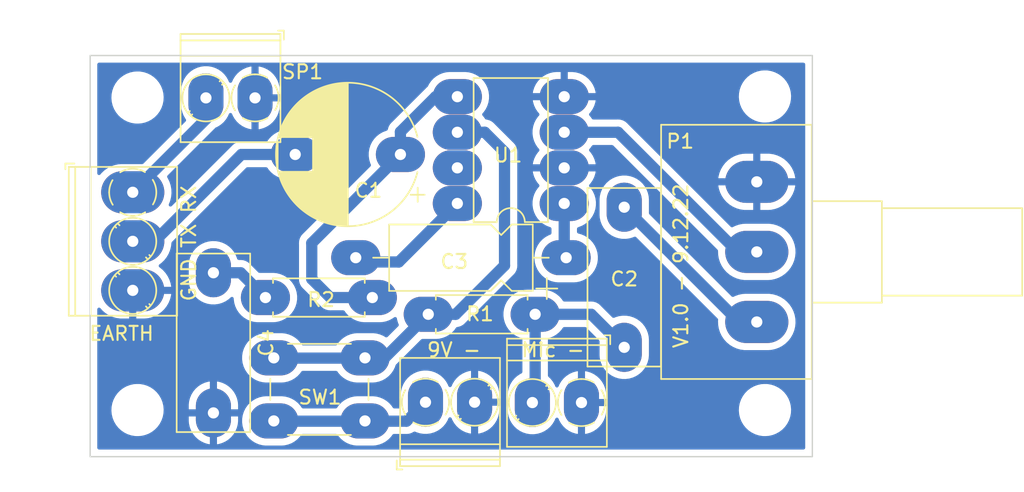
<source format=kicad_pcb>
(kicad_pcb (version 20211014) (generator pcbnew)
  (layers (0 "F.Cu" signal) (31 "B.Cu" signal) (34 "B.Paste" user) (35 "F.Paste" user) (36 "B.SilkS" user "B.Silkscreen") (37 "F.SilkS" user "F.Silkscreen") (38 "B.Mask" user) (39 "F.Mask" user) (44 "Edge.Cuts" user))
  (net 0 "")
  (net 1 "Net-(BT1-Pad1)")
  (net 2 "Earth")
  (net 3 "Net-(C1-Pad2)")
  (net 4 "Net-(C1-Pad1)")
  (net 5 "Net-(C3-Pad1)")
  (net 6 "Net-(C3-Pad2)")
  (net 7 "Net-(P1-Pad2)")
  (net 8 "Net-(J1-Pad1)")
  (net 10 "Net-(C2-Pad1)")
  (net 11 "Net-(C2-Pad2)")
  (net 12 "Net-(C4-Pad1)")
  (net 13 "Net-(R1-Pad1)")
  (footprint "Potentiometer_THT:Potentiometer_Alps_RK163_Single_Horizontal" (layer "F.Cu") (at 126.9238 95.466938 180)
    (fp_text reference "P1" (at 5.461 12.891538) (layer "F.SilkS"))
    (fp_text value "22k")
    (fp_line (start -3.92 8.62) (end -8.92 8.62) (layer "F.SilkS") (width 0.12))
    (fp_line (start 6.82 14.07) (end 6.82 -4.07) (layer "F.SilkS") (width 0.12))
    (fp_line (start -18.92 8.12) (end -18.92 1.88) (layer "F.SilkS") (width 0.12))
    (fp_line (start 6.82 -4.07) (end -3.92 -4.07) (layer "F.SilkS") (width 0.12))
    (fp_line (start -8.92 8.62) (end -8.92 1.38) (layer "F.SilkS") (width 0.12))
    (fp_line (start -3.92 14.07) (end -3.92 -4.07) (layer "F.SilkS") (width 0.12))
    (fp_line (start 6.82 14.07) (end -3.92 14.07) (layer "F.SilkS") (width 0.12))
    (fp_line (start -8.92 1.88) (end -18.92 1.88) (layer "F.SilkS") (width 0.12))
    (fp_line (start -3.92 1.38) (end -8.92 1.38) (layer "F.SilkS") (width 0.12))
    (fp_line (start -8.92 8.12) (end -18.92 8.12) (layer "F.SilkS") (width 0.12))
    (pad "1" thru_hole oval (at 0 0 180) (size 4.5 3) (drill 0.8) (layers *.Cu *.Mask) (net 10 "Net-(C2-Pad1)"))
    (pad "2" thru_hole oval (at 0 5 180) (size 4.5 3) (drill 0.8) (layers *.Cu *.Mask) (net 7 "Net-(P1-Pad2)"))
    (pad "3" thru_hole oval (at 0 10 180) (size 4.5 3) (drill 0.8) (layers *.Cu *.Mask) (net 2 "Earth"))
  )
  (footprint "Package_DIP:DIP-8_W7.62mm" (layer "F.Cu") (at 113.1978 87.0104 180)
    (fp_text reference "U1" (at 4.0032 3.4444) (layer "F.SilkS"))
    (fp_text value "LM386")
    (fp_line (start 1.16 -1.33) (end 1.16 8.95) (layer "F.SilkS") (width 0.12))
    (fp_line (start 2.81 -1.33) (end 1.16 -1.33) (layer "F.SilkS") (width 0.12))
    (fp_line (start 6.46 8.95) (end 6.46 -1.33) (layer "F.SilkS") (width 0.12))
    (fp_line (start 1.16 8.95) (end 6.46 8.95) (layer "F.SilkS") (width 0.12))
    (fp_line (start 6.46 -1.33) (end 4.81 -1.33) (layer "F.SilkS") (width 0.12))
    (fp_arc (start 4.81 -1.33) (mid 3.81 -0.33) (end 2.81 -1.33) (layer "F.SilkS") (width 0.12))
    (pad "1" thru_hole oval (at 0 0 180) (size 3.5 2.5) (drill 0.8) (layers *.Cu *.Mask) (net 5 "Net-(C3-Pad1)"))
    (pad "2" thru_hole oval (at 0 2.54 180) (size 3.5 2.5) (drill 0.8) (layers *.Cu *.Mask) (net 2 "Earth"))
    (pad "3" thru_hole oval (at 0 5.08 180) (size 3.5 2.5) (drill 0.8) (layers *.Cu *.Mask) (net 7 "Net-(P1-Pad2)"))
    (pad "4" thru_hole oval (at 0 7.62 180) (size 3.5 2.5) (drill 0.8) (layers *.Cu *.Mask) (net 2 "Earth"))
    (pad "5" thru_hole oval (at 7.62 7.62 180) (size 3.5 2.5) (drill 0.8) (layers *.Cu *.Mask) (net 4 "Net-(C1-Pad1)"))
    (pad "6" thru_hole oval (at 7.62 5.08 180) (size 3.5 2.5) (drill 0.8) (layers *.Cu *.Mask) (net 13 "Net-(R1-Pad1)"))
    (pad "7" thru_hole oval (at 7.62 2.54 180) (size 3.5 2.5) (drill 0.8) (layers *.Cu *.Mask))
    (pad "8" thru_hole oval (at 7.62 0 180) (size 3.5 2.5) (drill 0.8) (layers *.Cu *.Mask) (net 6 "Net-(C3-Pad2)"))
  )
  (footprint "MountingHole:MountingHole_2.7mm_M2.5" (layer "F.Cu") (at 127.508 79.375)
    (fp_text reference "H1" hide)
    (fp_text value "MountingHole")
    (pad "" np_thru_hole circle (at 0 0) (size 2.7 2.7) (drill 2.7) (layers *.Cu *.Mask))
  )
  (footprint "Button_Switch_THT:SW_PUSH_6mm_H4.3mm" (layer "F.Cu") (at 98.994084 102.528978 180)
    (fp_text reference "SW1" (at 3.210684 1.690978) (layer "F.SilkS"))
    (fp_text value "SW_Push")
    (fp_line (start -0.25 1.5) (end -0.25 3) (layer "F.SilkS") (width 0.12))
    (fp_line (start 5.5 -1) (end 1 -1) (layer "F.SilkS") (width 0.12))
    (fp_line (start 6.75 3) (end 6.75 1.5) (layer "F.SilkS") (width 0.12))
    (fp_line (start 1 5.5) (end 5.5 5.5) (layer "F.SilkS") (width 0.12))
    (pad "1" thru_hole oval (at 0 0 180) (size 3.5 2.5) (drill 0.8) (layers *.Cu *.Mask) (net 1 "Net-(BT1-Pad1)"))
    (pad "1" thru_hole oval (at 6.5 0 180) (size 3.5 2.5) (drill 0.8) (layers *.Cu *.Mask) (net 1 "Net-(BT1-Pad1)"))
    (pad "2" thru_hole oval (at 0 4.5 180) (size 3.5 2.5) (drill 0.8) (layers *.Cu *.Mask) (net 13 "Net-(R1-Pad1)"))
    (pad "2" thru_hole oval (at 6.5 4.5 180) (size 3.5 2.5) (drill 0.8) (layers *.Cu *.Mask) (net 13 "Net-(R1-Pad1)"))
  )
  (footprint "Capacitor_THT:C_Disc_D12.5mm_W5.0mm_P10.00mm" (layer "F.Cu") (at 117.475 87.2782 -90)
    (fp_text reference "C2" (at 5.127 0 180) (layer "F.SilkS"))
    (fp_text value "100n")
    (fp_line (start -1.37 -2.62) (end 11.37 -2.62) (layer "F.SilkS") (width 0.12))
    (fp_line (start 11.37 -2.62) (end 11.37 2.62) (layer "F.SilkS") (width 0.12))
    (fp_line (start -1.37 -2.62) (end -1.37 2.62) (layer "F.SilkS") (width 0.12))
    (fp_line (start -1.37 2.62) (end 11.37 2.62) (layer "F.SilkS") (width 0.12))
    (pad "1" thru_hole oval (at 0 0 270) (size 3.5 2.5) (drill 0.8) (layers *.Cu *.Mask) (net 10 "Net-(C2-Pad1)"))
    (pad "2" thru_hole oval (at 10 0 270) (size 3.5 2.5) (drill 0.8) (layers *.Cu *.Mask) (net 11 "Net-(C2-Pad2)"))
  )
  (footprint "Capacitor_THT:CP_Axial_L10.0mm_D4.5mm_P15.00mm_Horizontal" (layer "F.Cu") (at 113.3348 90.8812 180)
    (fp_text reference "C3" (at 7.9756 -0.2794) (layer "F.SilkS"))
    (fp_text value "10u")
    (fp_line (start 3.88 2.37) (end 4.63 1.62) (layer "F.SilkS") (width 0.12))
    (fp_line (start 5.38 2.37) (end 12.62 2.37) (layer "F.SilkS") (width 0.12))
    (fp_line (start 2.38 -2.37) (end 2.38 2.37) (layer "F.SilkS") (width 0.12))
    (fp_line (start 13.76 0) (end 12.62 0) (layer "F.SilkS") (width 0.12))
    (fp_line (start 4.63 -1.62) (end 5.38 -2.37) (layer "F.SilkS") (width 0.12))
    (fp_line (start 2.38 -2.37) (end 3.88 -2.37) (layer "F.SilkS") (width 0.12))
    (fp_line (start 2.38 2.37) (end 3.88 2.37) (layer "F.SilkS") (width 0.12))
    (fp_line (start 12.62 -2.37) (end 12.62 2.37) (layer "F.SilkS") (width 0.12))
    (fp_line (start 5.38 -2.37) (end 12.62 -2.37) (layer "F.SilkS") (width 0.12))
    (fp_line (start 1.38 -2.95) (end 1.38 -1.45) (layer "F.SilkS") (width 0.12))
    (fp_line (start 0.63 -2.2) (end 2.13 -2.2) (layer "F.SilkS") (width 0.12))
    (fp_line (start 1.24 0) (end 2.38 0) (layer "F.SilkS") (width 0.12))
    (fp_line (start 3.88 -2.37) (end 4.63 -1.62) (layer "F.SilkS") (width 0.12))
    (fp_line (start 4.63 1.62) (end 5.38 2.37) (layer "F.SilkS") (width 0.12))
    (pad "1" thru_hole oval (at 0 0 180) (size 3.5 2.5) (drill 0.8) (layers *.Cu *.Mask) (net 5 "Net-(C3-Pad1)"))
    (pad "2" thru_hole oval (at 15 0 180) (size 3.5 2.5) (drill 0.8) (layers *.Cu *.Mask) (net 6 "Net-(C3-Pad2)"))
  )
  (footprint "MountingHole:MountingHole_2.7mm_M2.5" (layer "F.Cu") (at 82.7786 101.7524)
    (fp_text reference "H2" hide)
    (fp_text value "MountingHole")
    (pad "" np_thru_hole circle (at 0 0) (size 2.7 2.7) (drill 2.7) (layers *.Cu *.Mask))
  )
  (footprint "TerminalBlock_Phoenix:TerminalBlock_Phoenix_PT-1,5-2-3.5-H_1x02_P3.50mm_Horizontal" (layer "F.Cu") (at 114.427 101.219 180)
    (fp_text reference "Mic -" (at 2.032 3.7592) (layer "F.SilkS"))
    (fp_text value "Microphone")
    (fp_line (start -2.05 4.16) (end -2.05 4.8) (layer "F.SilkS") (width 0.12))
    (fp_line (start -1.81 -3.16) (end -1.81 4.56) (layer "F.SilkS") (width 0.12))
    (fp_line (start 2.525 1.181) (end 2.431 1.274) (layer "F.SilkS") (width 0.12))
    (fp_line (start 4.57 -1.275) (end 4.476 -1.181) (layer "F.SilkS") (width 0.12))
    (fp_line (start 2.355 0.941) (end 2.226 1.069) (layer "F.SilkS") (width 0.12))
    (fp_line (start 4.775 -1.069) (end 4.646 -0.941) (layer "F.SilkS") (width 0.12))
    (fp_line (start 5.31 -3.16) (end 5.31 4.56) (layer "F.SilkS") (width 0.12))
    (fp_line (start -1.81 4.56) (end 5.31 4.56) (layer "F.SilkS") (width 0.12))
    (fp_line (start -2.05 4.8) (end -1.65 4.8) (layer "F.SilkS") (width 0.12))
    (fp_line (start -1.81 -3.16) (end 5.31 -3.16) (layer "F.SilkS") (width 0.12))
    (fp_line (start -1.81 3) (end 5.31 3) (layer "F.SilkS") (width 0.12))
    (fp_line (start -1.81 4.1) (end 5.31 4.1) (layer "F.SilkS") (width 0.12))
    (fp_arc (start 1.425504 -0.890193) (mid 1.680626 0.000476) (end 1.425 0.891) (layer "F.SilkS") (width 0.12))
    (fp_arc (start -1.425358 0.889894) (mid -1.680286 0.014012) (end -1.44 -0.866) (layer "F.SilkS") (width 0.12))
    (fp_arc (start 0.890264 1.424721) (mid 0.463071 1.61492) (end 0 1.68) (layer "F.SilkS") (width 0.12))
    (fp_arc (start 0.028674 1.680099) (mid -0.435535 1.622918) (end -0.866 1.44) (layer "F.SilkS") (width 0.12))
    (fp_arc (start -0.889894 -1.425358) (mid -0.014012 -1.680286) (end 0.866 -1.44) (layer "F.SilkS") (width 0.12))
    (fp_circle (center 3.5 0) (end 5.18 0) (layer "F.SilkS") (width 0.12) (fill none))
    (pad "1" thru_hole oval (at 0 0 270) (size 3.5 2.5) (drill 0.8) (layers *.Cu *.Mask) (net 2 "Earth"))
    (pad "2" thru_hole oval (at 3.5 0 270) (size 3.5 2.5) (drill 0.8) (layers *.Cu *.Mask) (net 11 "Net-(C2-Pad2)"))
  )
  (footprint "Resistor_THT:R_Axial_DIN0207_L6.3mm_D2.5mm_P7.62mm_Horizontal" (layer "F.Cu") (at 103.505 94.9198)
    (fp_text reference "R1" (at 3.683 -0.0254) (layer "F.SilkS"))
    (fp_text value "10k")
    (fp_line (start 0.54 1.37) (end 7.08 1.37) (layer "F.SilkS") (width 0.12))
    (fp_line (start 0.54 1.04) (end 0.54 1.37) (layer "F.SilkS") (width 0.12))
    (fp_line (start 0.54 -1.37) (end 7.08 -1.37) (layer "F.SilkS") (width 0.12))
    (fp_line (start 7.08 1.37) (end 7.08 1.04) (layer "F.SilkS") (width 0.12))
    (fp_line (start 0.54 -1.04) (end 0.54 -1.37) (layer "F.SilkS") (width 0.12))
    (fp_line (start 7.08 -1.37) (end 7.08 -1.04) (layer "F.SilkS") (width 0.12))
    (pad "1" thru_hole oval (at 0 0) (size 3.5 2.5) (drill 0.8) (layers *.Cu *.Mask) (net 13 "Net-(R1-Pad1)"))
    (pad "2" thru_hole oval (at 7.62 0) (size 3.5 2.5) (drill 0.8) (layers *.Cu *.Mask) (net 11 "Net-(C2-Pad2)"))
  )
  (footprint "TerminalBlock_Phoenix:TerminalBlock_Phoenix_PT-1,5-3-3.5-H_1x03_P3.50mm_Horizontal" (layer "F.Cu") (at 82.4372 86.2128 -90)
    (fp_text reference "GND TX RX" (at 3.6524 -3.999 90) (layer "F.SilkS"))
    (fp_text value "To other")
    (fp_line (start -1.81 -3.16) (end 8.81 -3.16) (layer "F.SilkS") (width 0.12))
    (fp_line (start 8.81 -3.16) (end 8.81 4.56) (layer "F.SilkS") (width 0.12))
    (fp_line (start 5.855 0.941) (end 5.726 1.069) (layer "F.SilkS") (width 0.12))
    (fp_line (start 4.57 -1.275) (end 4.476 -1.181) (layer "F.SilkS") (width 0.12))
    (fp_line (start -2.05 4.8) (end -1.65 4.8) (layer "F.SilkS") (width 0.12))
    (fp_line (start -1.81 4.1) (end 8.81 4.1) (layer "F.SilkS") (width 0.12))
    (fp_line (start -1.81 3) (end 8.81 3) (layer "F.SilkS") (width 0.12))
    (fp_line (start 8.275 -1.069) (end 8.146 -0.941) (layer "F.SilkS") (width 0.12))
    (fp_line (start 2.355 0.941) (end 2.226 1.069) (layer "F.SilkS") (width 0.12))
    (fp_line (start 4.775 -1.069) (end 4.646 -0.941) (layer "F.SilkS") (width 0.12))
    (fp_line (start 6.025 1.181) (end 5.931 1.274) (layer "F.SilkS") (width 0.12))
    (fp_line (start -1.81 4.56) (end 8.81 4.56) (layer "F.SilkS") (width 0.12))
    (fp_line (start -1.81 -3.16) (end -1.81 4.56) (layer "F.SilkS") (width 0.12))
    (fp_line (start 8.07 -1.275) (end 7.976 -1.181) (layer "F.SilkS") (width 0.12))
    (fp_line (start -2.05 4.16) (end -2.05 4.8) (layer "F.SilkS") (width 0.12))
    (fp_line (start 2.525 1.181) (end 2.431 1.274) (layer "F.SilkS") (width 0.12))
    (fp_arc (start -0.889894 -1.425358) (mid -0.014012 -1.680286) (end 0.866 -1.44) (layer "F.SilkS") (width 0.12))
    (fp_arc (start 1.425504 -0.890193) (mid 1.680626 0.000476) (end 1.425 0.891) (layer "F.SilkS") (width 0.12))
    (fp_arc (start 0.890264 1.424721) (mid 0.463071 1.61492) (end 0 1.68) (layer "F.SilkS") (width 0.12))
    (fp_arc (start 0.028674 1.680099) (mid -0.435535 1.622918) (end -0.866 1.44) (layer "F.SilkS") (width 0.12))
    (fp_arc (start -1.425358 0.889894) (mid -1.680286 0.014012) (end -1.44 -0.866) (layer "F.SilkS") (width 0.12))
    (fp_circle (center 7 0) (end 8.68 0) (layer "F.SilkS") (width 0.12) (fill none))
    (fp_circle (center 3.5 0) (end 5.18 0) (layer "F.SilkS") (width 0.12) (fill none))
    (pad "1" thru_hole oval (at 0 0 270) (size 3 4.5) (drill 0.8) (layers *.Cu *.Mask) (net 8 "Net-(J1-Pad1)"))
    (pad "2" thru_hole oval (at 3.5 0 270) (size 3 4.5) (drill 0.8) (layers *.Cu *.Mask) (net 3 "Net-(C1-Pad2)"))
    (pad "3" thru_hole oval (at 7 0 270) (size 3 4.5) (drill 0.8) (layers *.Cu *.Mask) (net 2 "Earth"))
  )
  (footprint "Resistor_THT:R_Axial_DIN0207_L6.3mm_D2.5mm_P7.62mm_Horizontal" (layer "F.Cu") (at 91.8972 93.726)
    (fp_text reference "R2" (at 3.9624 0.1524) (layer "F.SilkS"))
    (fp_text value "100")
    (fp_line (start 7.08 -1.37) (end 7.08 -1.04) (layer "F.SilkS") (width 0.12))
    (fp_line (start 0.54 -1.37) (end 7.08 -1.37) (layer "F.SilkS") (width 0.12))
    (fp_line (start 0.54 -1.04) (end 0.54 -1.37) (layer "F.SilkS") (width 0.12))
    (fp_line (start 0.54 1.04) (end 0.54 1.37) (layer "F.SilkS") (width 0.12))
    (fp_line (start 7.08 1.37) (end 7.08 1.04) (layer "F.SilkS") (width 0.12))
    (fp_line (start 0.54 1.37) (end 7.08 1.37) (layer "F.SilkS") (width 0.12))
    (pad "1" thru_hole oval (at 0 0) (size 3.5 2.5) (drill 0.8) (layers *.Cu *.Mask) (net 12 "Net-(C4-Pad1)"))
    (pad "2" thru_hole oval (at 7.62 0) (size 3.5 2.5) (drill 0.8) (layers *.Cu *.Mask) (net 4 "Net-(C1-Pad1)"))
  )
  (footprint "Capacitor_THT:CP_Radial_D10.0mm_P7.50mm" (layer "F.Cu") (at 101.520177 83.5152 180)
    (fp_text reference "C1" (at 2.282377 -2.5654) (layer "F.SilkS"))
    (fp_text value "200u")
    (fp_line (start 6.511 1.241) (end 6.511 4.273) (layer "F.SilkS") (width 0.12))
    (fp_line (start 6.231 -4.44) (end 6.231 4.44) (layer "F.SilkS") (width 0.12))
    (fp_line (start 7.751 1.241) (end 7.751 3.156) (layer "F.SilkS") (width 0.12))
    (fp_line (start 7.991 1.241) (end 7.991 2.83) (layer "F.SilkS") (width 0.12))
    (fp_line (start 6.591 1.241) (end 6.591 4.221) (layer "F.SilkS") (width 0.12))
    (fp_line (start 6.151 -4.483) (end 6.151 4.483) (layer "F.SilkS") (width 0.12))
    (fp_line (start -1.229646 -3.375) (end -1.229646 -2.375) (layer "F.SilkS") (width 0.12))
    (fp_line (start 8.271 -2.365) (end 8.271 -1.241) (layer "F.SilkS") (width 0.12))
    (fp_line (start 6.551 1.241) (end 6.551 4.247) (layer "F.SilkS") (width 0.12))
    (fp_line (start 8.071 -2.709) (end 8.071 -1.241) (layer "F.SilkS") (width 0.12))
    (fp_line (start 7.551 -3.392) (end 7.551 -1.241) (layer "F.SilkS") (width 0.12))
    (fp_line (start 7.831 1.241) (end 7.831 3.054) (layer "F.SilkS") (width 0.12))
    (fp_line (start 5.111 -4.897) (end 5.111 4.897) (layer "F.SilkS") (width 0.12))
    (fp_line (start 4.07 -5.07) (end 4.07 5.07) (layer "F.SilkS") (width 0.12))
    (fp_line (start 6.271 -4.417) (end 6.271 -1.241) (layer "F.SilkS") (width 0.12))
    (fp_line (start 6.071 -4.525) (end 6.071 4.525) (layer "F.SilkS") (width 0.12))
    (fp_line (start 6.111 -4.504) (end 6.111 4.504) (layer "F.SilkS") (width 0.12))
    (fp_line (start 8.351 -2.209) (end 8.351 -1.241) (layer "F.SilkS") (width 0.12))
    (fp_line (start 8.671 -1.378) (end 8.671 -1.241) (layer "F.SilkS") (width 0.12))
    (fp_line (start 4.831 -4.965) (end 4.831 4.965) (layer "F.SilkS") (width 0.12))
    (fp_line (start 4.27 -5.054) (end 4.27 5.054) (layer "F.SilkS") (width 0.12))
    (fp_line (start 6.911 -3.989) (end 6.911 -1.241) (layer "F.SilkS") (width 0.12))
    (fp_line (start 6.871 1.241) (end 6.871 4.02) (layer "F.SilkS") (width 0.12))
    (fp_line (start 6.351 1.241) (end 6.351 4.371) (layer "F.SilkS") (width 0.12))
    (fp_line (start 6.591 -4.221) (end 6.591 -1.241) (layer "F.SilkS") (width 0.12))
    (fp_line (start 4.511 -5.024) (end 4.511 5.024) (layer "F.SilkS") (width 0.12))
    (fp_line (start 5.431 -4.797) (end 5.431 4.797) (layer "F.SilkS") (width 0.12))
    (fp_line (start 4.991 -4.928) (end 4.991 4.928) (layer "F.SilkS") (width 0.12))
    (fp_line (start 7.351 1.241) (end 7.351 3.601) (layer "F.SilkS") (width 0.12))
    (fp_line (start 6.431 1.241) (end 6.431 4.323) (layer "F.SilkS") (width 0.12))
    (fp_line (start 6.751 1.241) (end 6.751 4.11) (layer "F.SilkS") (width 0.12))
    (fp_line (start 8.151 1.241) (end 8.151 2.579) (layer "F.SilkS") (width 0.12))
    (fp_line (start 6.271 1.241) (end 6.271 4.417) (layer "F.SilkS") (width 0.12))
    (fp_line (start 4.671 -4.997) (end 4.671 4.997) (layer "F.SilkS") (width 0.12))
    (fp_line (start 8.111 -2.645) (end 8.111 -1.241) (layer "F.SilkS") (width 0.12))
    (fp_line (start 6.671 1.241) (end 6.671 4.166) (layer "F.SilkS") (width 0.12))
    (fp_line (start 3.79 -5.08) (end 3.79 5.08) (layer "F.SilkS") (width 0.12))
    (fp_line (start 5.031 -4.918) (end 5.031 4.918) (layer "F.SilkS") (width 0.12))
    (fp_line (start 7.271 1.241) (end 7.271 3.679) (layer "F.SilkS") (width 0.12))
    (fp_line (start 7.751 -3.156) (end 7.751 -1.241) (layer "F.SilkS") (width 0.12))
    (fp_line (start 8.351 1.241) (end 8.351 2.209) (layer "F.SilkS") (width 0.12))
    (fp_line (start 7.591 1.241) (end 7.591 3.347) (layer "F.SilkS") (width 0.12))
    (fp_line (start 8.431 1.241) (end 8.431 2.037) (layer "F.SilkS") (width 0.12))
    (fp_line (start 5.511 -4.768) (end 5.511 4.768) (layer "F.SilkS") (width 0.12))
    (fp_line (start 6.791 1.241) (end 6.791 4.08) (layer "F.SilkS") (width 0.12))
    (fp_line (start 4.751 -4.982) (end 4.751 4.982) (layer "F.SilkS") (width 0.12))
    (fp_line (start 6.751 -4.11) (end 6.751 -1.241) (layer "F.SilkS") (width 0.12))
    (fp_line (start 5.591 -4.738) (end 5.591 4.738) (layer "F.SilkS") (width 0.12))
    (fp_line (start 7.231 -3.716) (end 7.231 -1.241) (layer "F.SilkS") (width 0.12))
    (fp_line (start 4.551 -5.018) (end 4.551 5.018) (layer "F.SilkS") (width 0.12))
    (fp_line (start 3.95 -5.077) (end 3.95 5.077) (layer "F.SilkS") (width 0.12))
    (fp_line (start 6.351 -4.371) (end 6.351 -1.241) (layer "F.SilkS") (width 0.12))
    (fp_line (start 8.311 -2.289) (end 8.311 -1.241) (layer "F.SilkS") (width 0.12))
    (fp_line (start 5.991 -4.564) (end 5.991 4.564) (layer "F.SilkS") (width 0.12))
    (fp_line (start 7.671 -3.254) (end 7.671 -1.241) (layer "F.SilkS") (width 0.12))
    (fp_line (start 4.23 -5.058) (end 4.23 5.058) (layer "F.SilkS") (width 0.12))
    (fp_line (start 8.231 1.241) (end 8.231 2.439) (layer "F.SilkS") (width 0.12))
    (fp_line (start 5.271 -4.85) (end 5.271 4.85) (layer "F.SilkS") (width 0.12))
    (fp_line (start 7.431 -3.52) (end 7.431 -1.241) (layer "F.SilkS") (width 0.12))
    (fp_line (start 7.831 -3.054) (end 7.831 -1.241) (layer "F.SilkS") (width 0.12))
    (fp_line (start 6.991 1.241) (end 6.991 3.925) (layer "F.SilkS") (width 0.12))
    (fp_line (start 6.791 -4.08) (end 6.791 -1.241) (layer "F.SilkS") (width 0.12))
    (fp_line (start 3.75 -5.08) (end 3.75 5.08) (layer "F.SilkS") (width 0.12))
    (fp_line (start 5.071 -4.907) (end 5.071 4.907) (layer "F.SilkS") (width 0.12))
    (fp_line (start 3.99 -5.075) (end 3.99 5.075) (layer "F.SilkS") (width 0.12))
    (fp_line (start 7.511 1.241) (end 7.511 3.436) (layer "F.SilkS") (width 0.12))
    (fp_line (start 5.711 -4.69) (end 5.711 4.69) (layer "F.SilkS") (width 0.12))
    (fp_line (start 8.551 1.241) (end 8.551 1.742) (layer "F.SilkS") (width 0.12))
    (fp_line (start 4.19 -5.062) (end 4.19 5.062) (layer "F.SilkS") (width 0.12))
    (fp_line (start 6.311 -4.395) (end 6.311 -1.241) (layer "F.SilkS") (width 0.12))
    (fp_line (start 4.39 -5.04) (end 4.39 5.04) (layer "F.SilkS") (width 0.12))
    (fp_line (start 7.111 -3.824) (end 7.111 -1.241) (layer "F.SilkS") (width 0.12))
    (fp_line (start 6.991 -3.925) (end 6.991 -1.241) (layer "F.SilkS") (width 0.12))
    (fp_line (start 7.791 -3.106) (end 7.791 -1.241) (layer "F.SilkS") (width 0.12))
    (fp_line (start 6.711 1.241) (end 6.711 4.138) (layer "F.SilkS") (width 0.12))
    (fp_line (start 8.671 1.241) (end 8.671 1.378) (layer "F.SilkS") (width 0.12))
    (fp_line (start 5.911 -4.603) (end 5.911 4.603) (layer "F.SilkS") (width 0.12))
    (fp_line (start 5.951 -4.584) (end 5.951 4.584) (layer "F.SilkS") (width 0.12))
    (fp_line (start 7.591 -3.347) (end 7.591 -1.241) (layer "F.SilkS") (width 0.12))
    (fp_line (start 4.711 -4.99) (end 4.711 4.99) (layer "F.SilkS") (width 0.12))
    (fp_line (start 7.631 1.241) (end 7.631 3.301) (layer "F.SilkS") (width 0.12))
    (fp_line (start 6.031 -4.545) (end 6.031 4.545) (layer "F.SilkS") (width 0.12))
    (fp_line (start 6.311 1.241) (end 6.311 4.395) (layer "F.SilkS") (width 0.12))
    (fp_line (start 5.551 -4.754) (end 5.551 4.754) (layer "F.SilkS") (width 0.12))
    (fp_line (start 7.311 1.241) (end 7.311 3.64) (layer "F.SilkS") (width 0.12))
    (fp_line (start 5.351 -4.824) (end 5.351 4.824) (layer "F.SilkS") (width 0.12))
    (fp_line (start 3.83 -5.08) (end 3.83 5.08) (layer "F.SilkS") (width 0.12))
    (fp_line (start 7.471 -3.478) (end 7.471 -1.241) (layer "F.SilkS") (width 0.12))
    (fp_line (start 3.87 -5.079) (end 3.87 5.079) (layer "F.SilkS") (width 0.12))
    (fp_line (start 6.831 1.241) (end 6.831 4.05) (layer "F.SilkS") (width 0.12))
    (fp_line (start 8.111 1.241) (end 8.111 2.645) (layer "F.SilkS") (width 0.12))
    (fp_line (start 7.071 -3.858) (end 7.071 -1.241) (layer "F.SilkS") (width 0.12))
    (fp_line (start 6.951 1.241) (end 6.951 3.957) (layer "F.SilkS") (width 0.12))
    (fp_line (start 8.631 -1.51) (end 8.631 -1.241) (layer "F.SilkS") (width 0.12))
    (fp_line (start 7.111 1.241) (end 7.111 3.824) (layer "F.SilkS") (width 0.12))
    (fp_line (start 6.471 1.241) (end 6.471 4.298) (layer "F.SilkS") (width 0.12))
    (fp_line (start 6.871 -4.02) (end 6.871 -1.241) (layer "F.SilkS") (width 0.12))
    (fp_line (start 7.311 -3.64) (end 7.311 -1.241) (layer "F.SilkS") (width 0.12))
    (fp_line (start 4.11 -5.068) (end 4.11 5.068) (layer "F.SilkS") (width 0.12))
    (fp_line (start 7.631 -3.301) (end 7.631 -1.241) (layer "F.SilkS") (width 0.12))
    (fp_line (start 6.631 -4.194) (end 6.631 -1.241) (layer "F.SilkS") (width 0.12))
    (fp_line (start 7.911 1.241) (end 7.911 2.945) (layer "F.SilkS") (width 0.12))
    (fp_line (start 4.471 -5.03) (end 4.471 5.03) (layer "F.SilkS") (width 0.12))
    (fp_line (start 8.071 1.241) (end 8.071 2.709) (layer "F.SilkS") (width 0.12))
    (fp_line (start 8.271 1.241) (end 8.271 2.365) (layer "F.SilkS") (width 0.12))
    (fp_line (start 7.991 -2.83) (end 7.991 -1.241) (layer "F.SilkS") (width 0.12))
    (fp_line (start 6.431 -4.323) (end 6.431 -1.241) (layer "F.SilkS") (width 0.12))
    (fp_line (start 4.15 -5.065) (end 4.15 5.065) (layer "F.SilkS") (width 0.12))
    (fp_line (start 4.31 -5.05) (end 4.31 5.05) (layer "F.SilkS") (width 0.12))
    (fp_line (start 6.631 1.241) (end 6.631 4.194) (layer "F.SilkS") (width 0.12))
    (fp_line (start 7.511 -3.436) (end 7.511 -1.241) (layer "F.SilkS") (width 0.12))
    (fp_line (start 8.511 1.241) (end 8.511 1.846) (layer "F.SilkS") (width 0.12))
    (fp_line (start 5.671 -4.707) (end 5.671 4.707) (layer "F.SilkS") (width 0.12))
    (fp_line (start 6.191 -4.462) (end 6.191 4.462) (layer "F.SilkS") (width 0.12))
    (fp_line (start 4.911 -4.947) (end 4.911 4.947) (layer "F.SilkS") (width 0.12))
    (fp_line (start 7.711 1.241) (end 7.711 3.206) (layer "F.SilkS") (width 0.12))
    (fp_line (start -1.729646 -2.875) (end -0.729646 -2.875) (layer "F.SilkS") (width 0.12))
    (fp_line (start 5.151 -4.885) (end 5.151 4.885) (layer "F.SilkS") (width 0.12))
    (fp_line (start 6.711 -4.138) (end 6.711 -1.241) (layer "F.SilkS") (width 0.12))
    (fp_line (start 5.311 -4.837) (end 5.311 4.837) (layer "F.SilkS") (width 0.12))
    (fp_line (start 5.391 -4.811) (end 5.391 4.811) (layer "F.SilkS") (width 0.12))
    (fp_line (start 4.591 -5.011) (end 4.591 5.011) (layer "F.SilkS") (width 0.12))
    (fp_line (start 3.91 -5.078) (end 3.91 5.078) (layer "F.SilkS") (width 0.12))
    (fp_line (start 5.791 -4.657) (end 5.791 4.657) (layer "F.SilkS") (width 0.12))
    (fp_line (start 8.591 1.241) (end 8.591 1.63) (layer "F.SilkS") (width 0.12))
    (fp_line (start 8.791 -0.862) (end 8.791 0.862) (layer "F.SilkS") (width 0.12))
    (fp_line (start 7.951 -2.889) (end 7.951 -1.241) (layer "F.SilkS") (width 0.12))
    (fp_line (start 8.591 -1.63) (end 8.591 -1.241) (layer "F.SilkS") (width 0.12))
    (fp_line (start 4.791 -4.974) (end 4.791 4.974) (layer "F.SilkS") (width 0.12))
    (fp_line (start 7.791 1.241) (end 7.791 3.106) (layer "F.SilkS") (width 0.12))
    (fp_line (start 5.231 -4.862) (end 5.231 4.862) (layer "F.SilkS") (width 0.12))
    (fp_line (start 6.511 -4.273) (end 6.511 -1.241) (layer "F.SilkS") (width 0.12))
    (fp_line (start 4.43 -5.035) (end 4.43 5.035) (layer "F.SilkS") (width 0.12))
    (fp_line (start 4.35 -5.045) (end 4.35 5.045) (layer "F.SilkS") (width 0.12))
    (fp_line (start 8.471 -1.944) (end 8.471 -1.241) (layer "F.SilkS") (width 0.12))
    (fp_line (start 7.871 1.241) (end 7.871 3) (layer "F.SilkS") (width 0.12))
    (fp_line (start 8.191 -2.51) (end 8.191 -1.241) (layer "F.SilkS") (width 0.12))
    (fp_line (start 8.031 -2.77) (end 8.031 -1.241) (layer "F.SilkS") (width 0.12))
    (fp_line (start 7.151 -3.789) (end 7.151 -1.241) (layer "F.SilkS") (width 0.12))
    (fp_line (start 7.911 -2.945) (end 7.911 -1.241) (layer "F.SilkS") (width 0.12))
    (fp_line (start 7.191 -3.753) (end 7.191 -1.241) (layer "F.SilkS") (width 0.12))
    (fp_line (start 7.871 -3) (end 7.871 -1.241) (layer "F.SilkS") (width 0.12))
    (fp_line (start 7.191 1.241) (end 7.191 3.753) (layer "F.SilkS") (width 0.12))
    (fp_line (start 8.391 1.241) (end 8.391 2.125) (layer "F.SilkS") (width 0.12))
    (fp_line (start 7.151 1.241) (end 7.151 3.789) (layer "F.SilkS") (width 0.12))
    (fp_line (start 7.951 1.241) (end 7.951 2.889) (layer "F.SilkS") (width 0.12))
    (fp_line (start 8.311 1.241) (end 8.311 2.289) (layer "F.SilkS") (width 0.12))
    (fp_line (start 7.391 1.241) (end 7.391 3.561) (layer "F.SilkS") (width 0.12))
    (fp_line (start 7.471 1.241) (end 7.471 3.478) (layer "F.SilkS") (width 0.12))
    (fp_line (start 7.671 1.241) (end 7.671 3.254) (layer "F.SilkS") (width 0.12))
    (fp_line (start 7.031 -3.892) (end 7.031 -1.241) (layer "F.SilkS") (width 0.12))
    (fp_line (start 8.511 -1.846) (end 8.511 -1.241) (layer "F.SilkS") (width 0.12))
    (fp_line (start 6.671 -4.166) (end 6.671 -1.241) (layer "F.SilkS") (width 0.12))
    (fp_line (start 8.151 -2.579) (end 8.151 -1.241) (layer "F.SilkS") (width 0.12))
    (fp_line (start 6.911 1.241) (end 6.911 3.989) (layer "F.SilkS") (width 0.12))
    (fp_line (start 8.191 1.241) (end 8.191 2.51) (layer "F.SilkS") (width 0.12))
    (fp_line (start 7.351 -3.601) (end 7.351 -1.241) (layer "F.SilkS") (width 0.12))
    (fp_line (start 8.431 -2.037) (end 8.431 -1.241) (layer "F.SilkS") (width 0.12))
    (fp_line (start 7.271 -3.679) (end 7.271 -1.241) (layer "F.SilkS") (width 0.12))
    (fp_line (start 6.391 -4.347) (end 6.391 -1.241) (layer "F.SilkS") (width 0.12))
    (fp_line (start 7.431 1.241) (end 7.431 3.52) (layer "F.SilkS") (width 0.12))
    (fp_line (start 5.871 -4.621) (end 5.871 4.621) (layer "F.SilkS") (width 0.12))
    (fp_line (start 5.471 -4.783) (end 5.471 4.783) (layer "F.SilkS") (width 0.12))
    (fp_line (start 7.071 1.241) (end 7.071 3.858) (layer "F.SilkS") (width 0.12))
    (fp_line (start 7.711 -3.206) (end 7.711 -1.241) (layer "F.SilkS") (width 0.12))
    (fp_line (start 4.951 -4.938) (end 4.951 4.938) (layer "F.SilkS") (width 0.12))
    (fp_line (start 4.03 -5.073) (end 4.03 5.073) (layer "F.SilkS") (width 0.12))
    (fp_line (start 8.391 -2.125) (end 8.391 -1.241) (layer "F.SilkS") (width 0.12))
    (fp_line (start 7.031 1.241) (end 7.031 3.892) (layer "F.SilkS") (width 0.12))
    (fp_line (start 5.751 -4.674) (end 5.751 4.674) (layer "F.SilkS") (width 0.12))
    (fp_line (start 8.831 -0.599) (end 8.831 0.599) (layer "F.SilkS") (width 0.12))
    (fp_line (start 6.551 -4.247) (end 6.551 -1.241) (layer "F.SilkS") (width 0.12))
    (fp_line (start 4.871 -4.956) (end 4.871 4.956) (layer "F.SilkS") (width 0.12))
    (fp_line (start 8.231 -2.439) (end 8.231 -1.241) (layer "F.SilkS") (width 0.12))
    (fp_line (start 5.191 -4.874) (end 5.191 4.874) (layer "F.SilkS") (width 0.12))
    (fp_line (start 5.831 -4.639) (end 5.831 4.639) (layer "F.SilkS") (width 0.12))
    (fp_line (start 7.551 1.241) (end 7.551 3.392) (layer "F.SilkS") (width 0.12))
    (fp_line (start 6.831 -4.05) (end 6.831 -1.241) (layer "F.SilkS") (width 0.12))
    (fp_line (start 7.231 1.241) (end 7.231 3.716) (layer "F.SilkS") (width 0.12))
    (fp_line (start 6.471 -4.298) (end 6.471 -1.241) (layer "F.SilkS") (width 0.12))
    (fp_line (start 8.031 1.241) (end 8.031 2.77) (layer "F.SilkS") (width 0.12))
    (fp_line (start 6.951 -3.957) (end 6.951 -1.241) (layer "F.SilkS") (width 0.12))
    (fp_line (start 8.751 -1.062) (end 8.751 1.062) (layer "F.SilkS") (width 0.12))
    (fp_line (start 8.471 1.241) (end 8.471 1.944) (layer "F.SilkS") (width 0.12))
    (fp_line (start 8.551 -1.742) (end 8.551 -1.241) (layer "F.SilkS") (width 0.12))
    (fp_line (start 8.631 1.241) (end 8.631 1.51) (layer "F.SilkS") (width 0.12))
    (fp_line (start 7.391 -3.561) (end 7.391 -1.241) (layer "F.SilkS") (width 0.12))
    (fp_line (start 6.391 1.241) (end 6.391 4.347) (layer "F.SilkS") (width 0.12))
    (fp_line (start 4.631 -5.004) (end 4.631 5.004) (layer "F.SilkS") (width 0.12))
    (fp_line (start 5.631 -4.723) (end 5.631 4.723) (layer "F.SilkS") (width 0.12))
    (fp_arc (start -1.21254 -1.26) (mid 8.87 0) (end -1.21254 1.26) (layer "F.SilkS") (width 0.12))
    (pad "1" thru_hole oval (at 0 0 180) (size 3.5 2.5) (drill 0.8) (layers *.Cu *.Mask) (net 4 "Net-(C1-Pad1)"))
    (pad "2" thru_hole oval (at 7.5 0 180) (size 3.5 2.5) (drill 0.8) (layers *.Cu *.Mask) (net 3 "Net-(C1-Pad2)"))
  )
  (footprint "MountingHole:MountingHole_2.7mm_M2.5" (layer "F.Cu") (at 127.508 101.7524)
    (fp_text reference "H4" hide)
    (fp_text value "MountingHole")
    (pad "" np_thru_hole circle (at 0 0) (size 2.7 2.7) (drill 2.7) (layers *.Cu *.Mask))
  )
  (footprint "Capacitor_THT:C_Disc_D12.5mm_W5.0mm_P10.00mm" (layer "F.Cu") (at 88.1888 91.9556 -90)
    (fp_text reference "C4" (at 5 -3.75 90) (layer "F.SilkS"))
    (fp_text value "100n")
    (fp_line (start -1.37 -2.62) (end -1.37 2.62) (layer "F.SilkS") (width 0.12))
    (fp_line (start -1.37 2.62) (end 11.37 2.62) (layer "F.SilkS") (width 0.12))
    (fp_line (start 11.37 -2.62) (end 11.37 2.62) (layer "F.SilkS") (width 0.12))
    (fp_line (start -1.37 -2.62) (end 11.37 -2.62) (layer "F.SilkS") (width 0.12))
    (pad "1" thru_hole oval (at 0 0 270) (size 3.5 2.5) (drill 0.8) (layers *.Cu *.Mask) (net 12 "Net-(C4-Pad1)"))
    (pad "2" thru_hole oval (at 10 0 270) (size 3.5 2.5) (drill 0.8) (layers *.Cu *.Mask) (net 2 "Earth"))
  )
  (footprint "TerminalBlock_Phoenix:TerminalBlock_Phoenix_PT-1,5-2-3.5-H_1x02_P3.50mm_Horizontal" (layer "F.Cu") (at 103.307 101.1936)
    (fp_text reference "9V -" (at 2.0268 -3.7338) (layer "F.SilkS"))
    (fp_text value "9V")
    (fp_line (start 4.57 -1.275) (end 4.476 -1.181) (layer "F.SilkS") (width 0.12))
    (fp_line (start -1.81 -3.16) (end -1.81 4.56) (layer "F.SilkS") (width 0.12))
    (fp_line (start -1.81 4.56) (end 5.31 4.56) (layer "F.SilkS") (width 0.12))
    (fp_line (start 2.355 0.941) (end 2.226 1.069) (layer "F.SilkS") (width 0.12))
    (fp_line (start -2.05 4.8) (end -1.65 4.8) (layer "F.SilkS") (width 0.12))
    (fp_line (start -1.81 4.1) (end 5.31 4.1) (layer "F.SilkS") (width 0.12))
    (fp_line (start 2.525 1.181) (end 2.431 1.274) (layer "F.SilkS") (width 0.12))
    (fp_line (start 5.31 -3.16) (end 5.31 4.56) (layer "F.SilkS") (width 0.12))
    (fp_line (start -1.81 -3.16) (end 5.31 -3.16) (layer "F.SilkS") (width 0.12))
    (fp_line (start 4.775 -1.069) (end 4.646 -0.941) (layer "F.SilkS") (width 0.12))
    (fp_line (start -1.81 3) (end 5.31 3) (layer "F.SilkS") (width 0.12))
    (fp_line (start -2.05 4.16) (end -2.05 4.8) (layer "F.SilkS") (width 0.12))
    (fp_arc (start -0.889894 -1.425358) (mid -0.014012 -1.680286) (end 0.866 -1.44) (layer "F.SilkS") (width 0.12))
    (fp_arc (start 1.425504 -0.890193) (mid 1.680626 0.000476) (end 1.425 0.891) (layer "F.SilkS") (width 0.12))
    (fp_arc (start 0.028674 1.680099) (mid -0.435535 1.622918) (end -0.866 1.44) (layer "F.SilkS") (width 0.12))
    (fp_arc (start 0.890264 1.424721) (mid 0.463071 1.61492) (end 0 1.68) (layer "F.SilkS") (width 0.12))
    (fp_arc (start -1.425358 0.889894) (mid -1.680286 0.014012) (end -1.44 -0.866) (layer "F.SilkS") (width 0.12))
    (fp_circle (center 3.5 0) (end 5.18 0) (layer "F.SilkS") (width 0.12) (fill none))
    (pad "1" thru_hole oval (at 0 0 90) (size 3.5 2.5) (drill 0.8) (layers *.Cu *.Mask) (net 1 "Net-(BT1-Pad1)"))
    (pad "2" thru_hole oval (at 3.5 0 90) (size 3.5 2.5) (drill 0.8) (layers *.Cu *.Mask) (net 2 "Earth"))
  )
  (footprint "MountingHole:MountingHole_2.7mm_M2.5" (layer "F.Cu") (at 82.7786 79.4512)
    (fp_text reference "H3" hide)
    (fp_text value "MountingHole")
    (pad "" np_thru_hole circle (at 0 0) (size 2.7 2.7) (drill 2.7) (layers *.Cu *.Mask))
  )
  (footprint "TerminalBlock_Phoenix:TerminalBlock_Phoenix_PT-1,5-2-3.5-H_1x02_P3.50mm_Horizontal" (layer "F.Cu") (at 91.1554 79.4766 180)
    (fp_text reference "SP1" (at -3.3834 1.8542) (layer "F.SilkS"))
    (fp_text value "Speaker")
    (fp_line (start 2.355 0.941) (end 2.226 1.069) (layer "F.SilkS") (width 0.12))
    (fp_line (start -1.81 4.1) (end 5.31 4.1) (layer "F.SilkS") (width 0.12))
    (fp_line (start 5.31 -3.16) (end 5.31 4.56) (layer "F.SilkS") (width 0.12))
    (fp_line (start -2.05 4.16) (end -2.05 4.8) (layer "F.SilkS") (width 0.12))
    (fp_line (start 4.57 -1.275) (end 4.476 -1.181) (layer "F.SilkS") (width 0.12))
    (fp_line (start -1.81 4.56) (end 5.31 4.56) (layer "F.SilkS") (width 0.12))
    (fp_line (start -2.05 4.8) (end -1.65 4.8) (layer "F.SilkS") (width 0.12))
    (fp_line (start 4.775 -1.069) (end 4.646 -0.941) (layer "F.SilkS") (width 0.12))
    (fp_line (start 2.525 1.181) (end 2.431 1.274) (layer "F.SilkS") (width 0.12))
    (fp_line (start -1.81 -3.16) (end 5.31 -3.16) (layer "F.SilkS") (width 0.12))
    (fp_line (start -1.81 3) (end 5.31 3) (layer "F.SilkS") (width 0.12))
    (fp_line (start -1.81 -3.16) (end -1.81 4.56) (layer "F.SilkS") (width 0.12))
    (fp_arc (start 0.028674 1.680099) (mid -0.435535 1.622918) (end -0.866 1.44) (layer "F.SilkS") (width 0.12))
    (fp_arc (start -1.425358 0.889894) (mid -1.680286 0.014012) (end -1.44 -0.866) (layer "F.SilkS") (width 0.12))
    (fp_arc (start -0.889894 -1.425358) (mid -0.014012 -1.680286) (end 0.866 -1.44) (layer "F.SilkS") (width 0.12))
    (fp_arc (start 1.425504 -0.890193) (mid 1.680626 0.000476) (end 1.425 0.891) (layer "F.SilkS") (width 0.12))
    (fp_arc (start 0.890264 1.424721) (mid 0.463071 1.61492) (end 0 1.68) (layer "F.SilkS") (width 0.12))
    (fp_circle (center 3.5 0) (end 5.18 0) (layer "F.SilkS") (width 0.12) (fill none))
    (pad "1" thru_hole oval (at 0 0 270) (size 3.5 2.5) (drill 0.8) (layers *.Cu *.Mask) (net 2 "Earth"))
    (pad "2" thru_hole oval (at 3.5 0 270) (size 3.5 2.5) (drill 0.8) (layers *.Cu *.Mask) (net 8 "Net-(J1-Pad1)"))
  )
  (gr_rect (start 79.4004 76.454) (end 130.8862 105.0798) (layer "Edge.Cuts") (width 0.1) (fill none))
  (gr_text "EARTH	" (at 83.2358 96.2914) (layer "F.SilkS") (effects (font (size 1 1))))
  (gr_text "V1.0 - 9.12.22" (at 121.5136 91.4654 90) (layer "F.SilkS") (effects (font (size 1 1))))
  (segment (start 98.754 102.548) (end 101.9526 102.548) (width 0.8) (layer "B.Cu") (net 1))
  (segment (start 98.754 102.548) (end 92.254 102.548) (width 0.8) (layer "B.Cu") (net 1))
  (segment (start 101.9526 102.548) (end 103.307 101.1936) (width 0.8) (layer "B.Cu") (net 1))
  (segment (start 90.1848 83.5152) (end 94.020177 83.5152) (width 0.8) (layer "B.Cu") (net 3))
  (segment (start 83.9872 89.7128) (end 90.1848 83.5152) (width 0.8) (layer "B.Cu") (net 3))
  (segment (start 82.4372 89.7128) (end 83.9872 89.7128) (width 0.8) (layer "B.Cu") (net 3))
  (segment (start 101.520177 81.898023) (end 101.520177 83.5152) (width 0.8) (layer "B.Cu") (net 4))
  (segment (start 104.0278 79.3904) (end 101.520177 81.898023) (width 0.8) (layer "B.Cu") (net 4))
  (segment (start 96.52 93.726) (end 99.5172 93.726) (width 0.8) (layer "B.Cu") (net 4))
  (segment (start 105.5778 79.3904) (end 104.0278 79.3904) (width 0.8) (layer "B.Cu") (net 4))
  (segment (start 101.520177 83.5152) (end 95.1992 89.836177) (width 0.8) (layer "B.Cu") (net 4))
  (segment (start 95.1992 92.4052) (end 96.52 93.726) (width 0.8) (layer "B.Cu") (net 4))
  (segment (start 105.5678 79.4004) (end 105.5778 79.3904) (width 0.8) (layer "B.Cu") (net 4))
  (segment (start 95.1992 89.836177) (end 95.1992 92.4052) (width 0.8) (layer "B.Cu") (net 4))
  (segment (start 113.1978 87.0104) (end 113.1978 91.049) (width 0.8) (layer "B.Cu") (net 5))
  (segment (start 113.1978 91.049) (end 113.3348 91.186) (width 0.8) (layer "B.Cu") (net 5))
  (segment (start 98.3348 91.186) (end 101.4022 91.186) (width 0.8) (layer "B.Cu") (net 6))
  (segment (start 101.4022 91.186) (end 105.5778 87.0104) (width 0.8) (layer "B.Cu") (net 6))
  (segment (start 117.0332 81.9304) (end 125.569738 90.466938) (width 0.8) (layer "B.Cu") (net 7))
  (segment (start 113.1978 81.9304) (end 117.0332 81.9304) (width 0.8) (layer "B.Cu") (net 7))
  (segment (start 125.569738 90.466938) (end 126.9238 90.466938) (width 0.8) (layer "B.Cu") (net 7))
  (segment (start 87.6554 80.9946) (end 82.4372 86.2128) (width 0.8) (layer "B.Cu") (net 8))
  (segment (start 87.6554 79.4258) (end 87.6554 80.9946) (width 0.8) (layer "B.Cu") (net 8))
  (segment (start 125.663738 95.466938) (end 126.9238 95.466938) (width 0.8) (layer "B.Cu") (net 10))
  (segment (start 117.475 87.2782) (end 125.663738 95.466938) (width 0.8) (layer "B.Cu") (net 10))
  (segment (start 111.125 94.8182) (end 111.125 101.021) (width 0.8) (layer "B.Cu") (net 11))
  (segment (start 111.125 101.1226) (end 110.927 101.3206) (width 0.8) (layer "B.Cu") (net 11))
  (segment (start 111.125 94.9198) (end 115.1166 94.9198) (width 0.8) (layer "B.Cu") (net 11))
  (segment (start 115.1166 94.9198) (end 117.475 97.2782) (width 0.8) (layer "B.Cu") (net 11))
  (segment (start 90.1268 91.9556) (end 91.8972 93.726) (width 0.8) (layer "B.Cu") (net 12))
  (segment (start 88.4428 91.9556) (end 90.1268 91.9556) (width 0.8) (layer "B.Cu") (net 12))
  (segment (start 98.754 98.048) (end 100.3768 98.048) (width 0.8) (layer "B.Cu") (net 13))
  (segment (start 107.5336 81.9304) (end 108.9406 83.3374) (width 0.8) (layer "B.Cu") (net 13))
  (segment (start 92.254 98.048) (end 98.754 98.048) (width 0.8) (layer "B.Cu") (net 13))
  (segment (start 105.4608 94.9198) (end 103.505 94.9198) (width 0.8) (layer "B.Cu") (net 13))
  (segment (start 105.5778 81.9304) (end 107.5336 81.9304) (width 0.8) (layer "B.Cu") (net 13))
  (segment (start 108.9406 83.3374) (end 108.9406 91.44) (width 0.8) (layer "B.Cu") (net 13))
  (segment (start 108.9406 91.44) (end 105.4608 94.9198) (width 0.8) (layer "B.Cu") (net 13))
  (segment (start 100.3768 98.048) (end 103.505 94.9198) (width 0.8) (layer "B.Cu") (net 13))
  (zone (net 2) (net_name "Earth") (layer "B.Cu") (connect_pads (clearance 0.508)) (min_thickness 0.254) (fill yes (thermal_gap 0.508) (thermal_bridge_width 0.508))
    (polygon (pts (xy 133.0198 106.68) (xy 72.9742 106.68) (xy 72.9742 72.4916) (xy 133.0198 72.4916)))
  )
)
</source>
